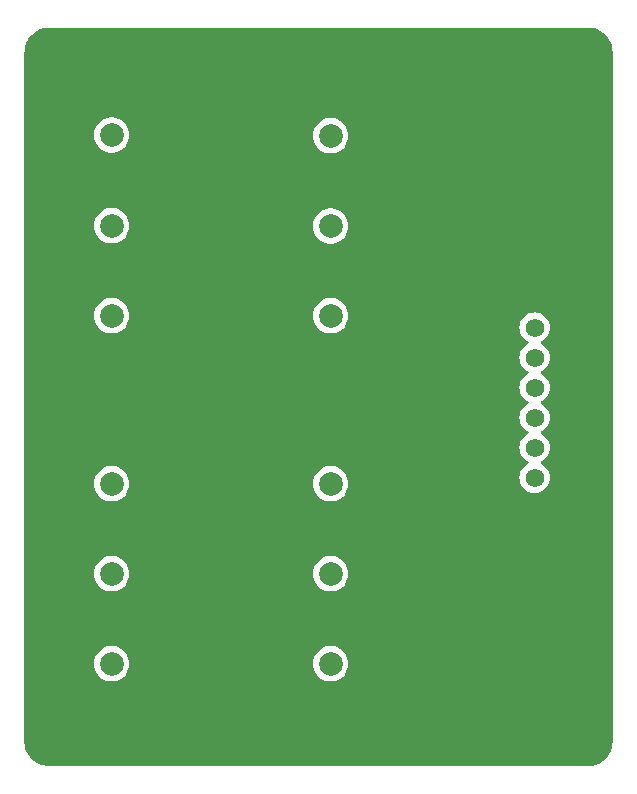
<source format=gbl>
%TF.GenerationSoftware,KiCad,Pcbnew,8.0.2*%
%TF.CreationDate,2024-05-24T11:04:59-04:00*%
%TF.ProjectId,Traffic_Light_PCBv02,54726166-6669-4635-9f4c-696768745f50,v02*%
%TF.SameCoordinates,Original*%
%TF.FileFunction,Copper,L2,Bot*%
%TF.FilePolarity,Positive*%
%FSLAX46Y46*%
G04 Gerber Fmt 4.6, Leading zero omitted, Abs format (unit mm)*
G04 Created by KiCad (PCBNEW 8.0.2) date 2024-05-24 11:04:59*
%MOMM*%
%LPD*%
G01*
G04 APERTURE LIST*
%TA.AperFunction,ComponentPad*%
%ADD10R,2.000000X2.000000*%
%TD*%
%TA.AperFunction,ComponentPad*%
%ADD11C,2.000000*%
%TD*%
%TA.AperFunction,ComponentPad*%
%ADD12R,1.574800X1.574800*%
%TD*%
%TA.AperFunction,ComponentPad*%
%ADD13C,1.574800*%
%TD*%
G04 APERTURE END LIST*
D10*
%TO.P,D3,1,K*%
%TO.N,GND*%
X119888000Y-83312000D03*
D11*
%TO.P,D3,2,A*%
%TO.N,Net-(D3-A)*%
X122428000Y-83312000D03*
%TD*%
D10*
%TO.P,D5,1,K*%
%TO.N,GND*%
X143510000Y-75722000D03*
D11*
%TO.P,D5,2,A*%
%TO.N,Net-(D2-A)*%
X140970000Y-75722000D03*
%TD*%
D10*
%TO.P,D6,1,K*%
%TO.N,GND*%
X143510000Y-83312000D03*
D11*
%TO.P,D6,2,A*%
%TO.N,Net-(D3-A)*%
X140970000Y-83312000D03*
%TD*%
D10*
%TO.P,D10,1,K*%
%TO.N,GND*%
X143510000Y-97536000D03*
D11*
%TO.P,D10,2,A*%
%TO.N,Net-(D10-A)*%
X140970000Y-97536000D03*
%TD*%
D10*
%TO.P,D4,1,K*%
%TO.N,GND*%
X143510000Y-68072000D03*
D11*
%TO.P,D4,2,A*%
%TO.N,Net-(D1-A)*%
X140970000Y-68072000D03*
%TD*%
D10*
%TO.P,D2,1,K*%
%TO.N,GND*%
X119888000Y-75692000D03*
D11*
%TO.P,D2,2,A*%
%TO.N,Net-(D2-A)*%
X122428000Y-75692000D03*
%TD*%
D10*
%TO.P,D9,1,K*%
%TO.N,GND*%
X119888000Y-112776000D03*
D11*
%TO.P,D9,2,A*%
%TO.N,Net-(D12-A)*%
X122428000Y-112776000D03*
%TD*%
D10*
%TO.P,D12,1,K*%
%TO.N,GND*%
X143510000Y-112776000D03*
D11*
%TO.P,D12,2,A*%
%TO.N,Net-(D12-A)*%
X140970000Y-112776000D03*
%TD*%
D10*
%TO.P,D11,1,K*%
%TO.N,GND*%
X143510000Y-105156000D03*
D11*
%TO.P,D11,2,A*%
%TO.N,Net-(D11-A)*%
X140970000Y-105156000D03*
%TD*%
D10*
%TO.P,D1,1,K*%
%TO.N,GND*%
X119888000Y-68012000D03*
D11*
%TO.P,D1,2,A*%
%TO.N,Net-(D1-A)*%
X122428000Y-68012000D03*
%TD*%
D10*
%TO.P,D7,1,K*%
%TO.N,GND*%
X119888000Y-97536000D03*
D11*
%TO.P,D7,2,A*%
%TO.N,Net-(D10-A)*%
X122428000Y-97536000D03*
%TD*%
D10*
%TO.P,D8,1,K*%
%TO.N,GND*%
X119888000Y-105156000D03*
D11*
%TO.P,D8,2,A*%
%TO.N,Net-(D11-A)*%
X122428000Y-105156000D03*
%TD*%
D12*
%TO.P,J1,1*%
%TO.N,GND*%
X158242000Y-99568000D03*
D13*
%TO.P,J1,2*%
%TO.N,/EW_GREEN*%
X158242000Y-97028000D03*
%TO.P,J1,3*%
%TO.N,/EW_YELLOW*%
X158242000Y-94488000D03*
%TO.P,J1,4*%
%TO.N,/EW_RED*%
X158242000Y-91948000D03*
%TO.P,J1,5*%
%TO.N,/NS_GREEN*%
X158242000Y-89408000D03*
%TO.P,J1,6*%
%TO.N,/NS_YELLOW*%
X158242000Y-86868000D03*
%TO.P,J1,7*%
%TO.N,/NS_RED*%
X158242000Y-84328000D03*
%TD*%
%TA.AperFunction,Conductor*%
%TO.N,GND*%
G36*
X162818042Y-58920765D02*
G01*
X162840774Y-58922254D01*
X163072114Y-58937417D01*
X163088172Y-58939532D01*
X163333888Y-58988408D01*
X163349554Y-58992606D01*
X163500736Y-59043925D01*
X163586788Y-59073136D01*
X163601765Y-59079339D01*
X163819336Y-59186633D01*
X163826460Y-59190146D01*
X163840508Y-59198256D01*
X164048815Y-59337443D01*
X164061679Y-59347314D01*
X164250033Y-59512497D01*
X164261502Y-59523966D01*
X164426685Y-59712320D01*
X164436559Y-59725188D01*
X164575743Y-59933492D01*
X164583853Y-59947539D01*
X164694657Y-60172227D01*
X164700864Y-60187213D01*
X164781393Y-60424445D01*
X164785591Y-60440111D01*
X164834465Y-60685813D01*
X164836583Y-60701895D01*
X164853235Y-60955956D01*
X164853500Y-60964066D01*
X164853500Y-119375933D01*
X164853235Y-119384043D01*
X164836583Y-119638104D01*
X164834465Y-119654186D01*
X164785591Y-119899888D01*
X164781393Y-119915554D01*
X164700864Y-120152786D01*
X164694657Y-120167772D01*
X164583853Y-120392460D01*
X164575743Y-120406507D01*
X164436559Y-120614811D01*
X164426685Y-120627679D01*
X164261502Y-120816033D01*
X164250033Y-120827502D01*
X164061679Y-120992685D01*
X164048811Y-121002559D01*
X163840507Y-121141743D01*
X163826460Y-121149853D01*
X163601772Y-121260657D01*
X163586786Y-121266864D01*
X163349554Y-121347393D01*
X163333888Y-121351591D01*
X163088186Y-121400465D01*
X163072104Y-121402583D01*
X162818043Y-121419235D01*
X162809933Y-121419500D01*
X117098067Y-121419500D01*
X117089957Y-121419235D01*
X116835895Y-121402583D01*
X116819814Y-121400465D01*
X116784770Y-121393494D01*
X116574111Y-121351591D01*
X116558445Y-121347393D01*
X116321213Y-121266864D01*
X116306227Y-121260657D01*
X116081539Y-121149853D01*
X116067492Y-121141743D01*
X115859188Y-121002559D01*
X115846320Y-120992685D01*
X115657966Y-120827502D01*
X115646497Y-120816033D01*
X115481314Y-120627679D01*
X115471440Y-120614811D01*
X115332256Y-120406507D01*
X115324146Y-120392460D01*
X115213464Y-120168019D01*
X115213339Y-120167765D01*
X115207135Y-120152786D01*
X115126606Y-119915554D01*
X115122408Y-119899888D01*
X115113736Y-119856292D01*
X115073532Y-119654172D01*
X115071417Y-119638114D01*
X115054765Y-119384042D01*
X115054500Y-119375933D01*
X115054500Y-112775994D01*
X120922357Y-112775994D01*
X120922357Y-112776005D01*
X120942890Y-113023812D01*
X120942892Y-113023824D01*
X121003936Y-113264881D01*
X121103826Y-113492606D01*
X121239833Y-113700782D01*
X121239836Y-113700785D01*
X121408256Y-113883738D01*
X121604491Y-114036474D01*
X121823190Y-114154828D01*
X122058386Y-114235571D01*
X122303665Y-114276500D01*
X122552335Y-114276500D01*
X122797614Y-114235571D01*
X123032810Y-114154828D01*
X123251509Y-114036474D01*
X123447744Y-113883738D01*
X123616164Y-113700785D01*
X123752173Y-113492607D01*
X123852063Y-113264881D01*
X123913108Y-113023821D01*
X123933643Y-112776000D01*
X123933643Y-112775994D01*
X139464357Y-112775994D01*
X139464357Y-112776005D01*
X139484890Y-113023812D01*
X139484892Y-113023824D01*
X139545936Y-113264881D01*
X139645826Y-113492606D01*
X139781833Y-113700782D01*
X139781836Y-113700785D01*
X139950256Y-113883738D01*
X140146491Y-114036474D01*
X140365190Y-114154828D01*
X140600386Y-114235571D01*
X140845665Y-114276500D01*
X141094335Y-114276500D01*
X141339614Y-114235571D01*
X141574810Y-114154828D01*
X141793509Y-114036474D01*
X141989744Y-113883738D01*
X142158164Y-113700785D01*
X142294173Y-113492607D01*
X142394063Y-113264881D01*
X142455108Y-113023821D01*
X142475643Y-112776000D01*
X142455108Y-112528179D01*
X142394063Y-112287119D01*
X142294173Y-112059393D01*
X142158166Y-111851217D01*
X142136557Y-111827744D01*
X141989744Y-111668262D01*
X141793509Y-111515526D01*
X141793507Y-111515525D01*
X141793506Y-111515524D01*
X141574811Y-111397172D01*
X141574802Y-111397169D01*
X141339616Y-111316429D01*
X141094335Y-111275500D01*
X140845665Y-111275500D01*
X140600383Y-111316429D01*
X140365197Y-111397169D01*
X140365188Y-111397172D01*
X140146493Y-111515524D01*
X139950257Y-111668261D01*
X139781833Y-111851217D01*
X139645826Y-112059393D01*
X139545936Y-112287118D01*
X139484892Y-112528175D01*
X139484890Y-112528187D01*
X139464357Y-112775994D01*
X123933643Y-112775994D01*
X123913108Y-112528179D01*
X123852063Y-112287119D01*
X123752173Y-112059393D01*
X123616166Y-111851217D01*
X123594557Y-111827744D01*
X123447744Y-111668262D01*
X123251509Y-111515526D01*
X123251507Y-111515525D01*
X123251506Y-111515524D01*
X123032811Y-111397172D01*
X123032802Y-111397169D01*
X122797616Y-111316429D01*
X122552335Y-111275500D01*
X122303665Y-111275500D01*
X122058383Y-111316429D01*
X121823197Y-111397169D01*
X121823188Y-111397172D01*
X121604493Y-111515524D01*
X121408257Y-111668261D01*
X121239833Y-111851217D01*
X121103826Y-112059393D01*
X121003936Y-112287118D01*
X120942892Y-112528175D01*
X120942890Y-112528187D01*
X120922357Y-112775994D01*
X115054500Y-112775994D01*
X115054500Y-105155994D01*
X120922357Y-105155994D01*
X120922357Y-105156005D01*
X120942890Y-105403812D01*
X120942892Y-105403824D01*
X121003936Y-105644881D01*
X121103826Y-105872606D01*
X121239833Y-106080782D01*
X121239836Y-106080785D01*
X121408256Y-106263738D01*
X121604491Y-106416474D01*
X121823190Y-106534828D01*
X122058386Y-106615571D01*
X122303665Y-106656500D01*
X122552335Y-106656500D01*
X122797614Y-106615571D01*
X123032810Y-106534828D01*
X123251509Y-106416474D01*
X123447744Y-106263738D01*
X123616164Y-106080785D01*
X123752173Y-105872607D01*
X123852063Y-105644881D01*
X123913108Y-105403821D01*
X123933643Y-105156000D01*
X123933643Y-105155994D01*
X139464357Y-105155994D01*
X139464357Y-105156005D01*
X139484890Y-105403812D01*
X139484892Y-105403824D01*
X139545936Y-105644881D01*
X139645826Y-105872606D01*
X139781833Y-106080782D01*
X139781836Y-106080785D01*
X139950256Y-106263738D01*
X140146491Y-106416474D01*
X140365190Y-106534828D01*
X140600386Y-106615571D01*
X140845665Y-106656500D01*
X141094335Y-106656500D01*
X141339614Y-106615571D01*
X141574810Y-106534828D01*
X141793509Y-106416474D01*
X141989744Y-106263738D01*
X142158164Y-106080785D01*
X142294173Y-105872607D01*
X142394063Y-105644881D01*
X142455108Y-105403821D01*
X142475643Y-105156000D01*
X142455108Y-104908179D01*
X142394063Y-104667119D01*
X142294173Y-104439393D01*
X142158166Y-104231217D01*
X142136557Y-104207744D01*
X141989744Y-104048262D01*
X141793509Y-103895526D01*
X141793507Y-103895525D01*
X141793506Y-103895524D01*
X141574811Y-103777172D01*
X141574802Y-103777169D01*
X141339616Y-103696429D01*
X141094335Y-103655500D01*
X140845665Y-103655500D01*
X140600383Y-103696429D01*
X140365197Y-103777169D01*
X140365188Y-103777172D01*
X140146493Y-103895524D01*
X139950257Y-104048261D01*
X139781833Y-104231217D01*
X139645826Y-104439393D01*
X139545936Y-104667118D01*
X139484892Y-104908175D01*
X139484890Y-104908187D01*
X139464357Y-105155994D01*
X123933643Y-105155994D01*
X123913108Y-104908179D01*
X123852063Y-104667119D01*
X123752173Y-104439393D01*
X123616166Y-104231217D01*
X123594557Y-104207744D01*
X123447744Y-104048262D01*
X123251509Y-103895526D01*
X123251507Y-103895525D01*
X123251506Y-103895524D01*
X123032811Y-103777172D01*
X123032802Y-103777169D01*
X122797616Y-103696429D01*
X122552335Y-103655500D01*
X122303665Y-103655500D01*
X122058383Y-103696429D01*
X121823197Y-103777169D01*
X121823188Y-103777172D01*
X121604493Y-103895524D01*
X121408257Y-104048261D01*
X121239833Y-104231217D01*
X121103826Y-104439393D01*
X121003936Y-104667118D01*
X120942892Y-104908175D01*
X120942890Y-104908187D01*
X120922357Y-105155994D01*
X115054500Y-105155994D01*
X115054500Y-97535994D01*
X120922357Y-97535994D01*
X120922357Y-97536005D01*
X120942890Y-97783812D01*
X120942892Y-97783824D01*
X121003936Y-98024881D01*
X121103826Y-98252606D01*
X121239833Y-98460782D01*
X121239836Y-98460785D01*
X121408256Y-98643738D01*
X121604491Y-98796474D01*
X121823190Y-98914828D01*
X122058386Y-98995571D01*
X122303665Y-99036500D01*
X122552335Y-99036500D01*
X122797614Y-98995571D01*
X123032810Y-98914828D01*
X123251509Y-98796474D01*
X123447744Y-98643738D01*
X123616164Y-98460785D01*
X123752173Y-98252607D01*
X123852063Y-98024881D01*
X123913108Y-97783821D01*
X123933643Y-97536000D01*
X123933643Y-97535994D01*
X139464357Y-97535994D01*
X139464357Y-97536005D01*
X139484890Y-97783812D01*
X139484892Y-97783824D01*
X139545936Y-98024881D01*
X139645826Y-98252606D01*
X139781833Y-98460782D01*
X139781836Y-98460785D01*
X139950256Y-98643738D01*
X140146491Y-98796474D01*
X140365190Y-98914828D01*
X140600386Y-98995571D01*
X140845665Y-99036500D01*
X141094335Y-99036500D01*
X141339614Y-98995571D01*
X141574810Y-98914828D01*
X141793509Y-98796474D01*
X141989744Y-98643738D01*
X142158164Y-98460785D01*
X142294173Y-98252607D01*
X142394063Y-98024881D01*
X142455108Y-97783821D01*
X142475643Y-97536000D01*
X142470188Y-97470170D01*
X142455109Y-97288187D01*
X142455107Y-97288175D01*
X142394063Y-97047118D01*
X142294173Y-96819393D01*
X142158166Y-96611217D01*
X142134789Y-96585823D01*
X141989744Y-96428262D01*
X141793509Y-96275526D01*
X141793507Y-96275525D01*
X141793506Y-96275524D01*
X141574811Y-96157172D01*
X141574802Y-96157169D01*
X141339616Y-96076429D01*
X141094335Y-96035500D01*
X140845665Y-96035500D01*
X140600383Y-96076429D01*
X140365197Y-96157169D01*
X140365188Y-96157172D01*
X140146493Y-96275524D01*
X139950257Y-96428261D01*
X139781833Y-96611217D01*
X139645826Y-96819393D01*
X139545936Y-97047118D01*
X139484892Y-97288175D01*
X139484890Y-97288187D01*
X139464357Y-97535994D01*
X123933643Y-97535994D01*
X123928188Y-97470170D01*
X123913109Y-97288187D01*
X123913107Y-97288175D01*
X123852063Y-97047118D01*
X123752173Y-96819393D01*
X123616166Y-96611217D01*
X123592789Y-96585823D01*
X123447744Y-96428262D01*
X123251509Y-96275526D01*
X123251507Y-96275525D01*
X123251506Y-96275524D01*
X123032811Y-96157172D01*
X123032802Y-96157169D01*
X122797616Y-96076429D01*
X122552335Y-96035500D01*
X122303665Y-96035500D01*
X122058383Y-96076429D01*
X121823197Y-96157169D01*
X121823188Y-96157172D01*
X121604493Y-96275524D01*
X121408257Y-96428261D01*
X121239833Y-96611217D01*
X121103826Y-96819393D01*
X121003936Y-97047118D01*
X120942892Y-97288175D01*
X120942890Y-97288187D01*
X120922357Y-97535994D01*
X115054500Y-97535994D01*
X115054500Y-83311994D01*
X120922357Y-83311994D01*
X120922357Y-83312005D01*
X120942890Y-83559812D01*
X120942892Y-83559824D01*
X121003936Y-83800881D01*
X121103826Y-84028606D01*
X121239833Y-84236782D01*
X121239836Y-84236785D01*
X121408256Y-84419738D01*
X121604491Y-84572474D01*
X121823190Y-84690828D01*
X122042141Y-84765994D01*
X122054322Y-84770176D01*
X122058386Y-84771571D01*
X122303665Y-84812500D01*
X122552335Y-84812500D01*
X122797614Y-84771571D01*
X123032810Y-84690828D01*
X123251509Y-84572474D01*
X123447744Y-84419738D01*
X123616164Y-84236785D01*
X123752173Y-84028607D01*
X123852063Y-83800881D01*
X123913108Y-83559821D01*
X123913109Y-83559812D01*
X123933643Y-83312005D01*
X123933643Y-83311994D01*
X139464357Y-83311994D01*
X139464357Y-83312005D01*
X139484890Y-83559812D01*
X139484892Y-83559824D01*
X139545936Y-83800881D01*
X139645826Y-84028606D01*
X139781833Y-84236782D01*
X139781836Y-84236785D01*
X139950256Y-84419738D01*
X140146491Y-84572474D01*
X140365190Y-84690828D01*
X140584141Y-84765994D01*
X140596322Y-84770176D01*
X140600386Y-84771571D01*
X140845665Y-84812500D01*
X141094335Y-84812500D01*
X141339614Y-84771571D01*
X141574810Y-84690828D01*
X141793509Y-84572474D01*
X141989744Y-84419738D01*
X142074196Y-84327999D01*
X156949180Y-84327999D01*
X156949180Y-84328000D01*
X156968820Y-84552491D01*
X156968821Y-84552498D01*
X157027145Y-84770165D01*
X157027149Y-84770176D01*
X157122382Y-84974404D01*
X157122385Y-84974410D01*
X157251643Y-85159011D01*
X157410988Y-85318356D01*
X157410991Y-85318358D01*
X157595590Y-85447615D01*
X157659507Y-85477419D01*
X157677088Y-85485618D01*
X157729527Y-85531790D01*
X157748679Y-85598984D01*
X157728463Y-85665865D01*
X157677088Y-85710382D01*
X157595591Y-85748384D01*
X157595589Y-85748385D01*
X157410988Y-85877643D01*
X157251643Y-86036988D01*
X157122385Y-86221589D01*
X157122382Y-86221595D01*
X157027149Y-86425823D01*
X157027145Y-86425834D01*
X156968821Y-86643501D01*
X156968820Y-86643508D01*
X156949180Y-86867999D01*
X156949180Y-86868000D01*
X156968820Y-87092491D01*
X156968821Y-87092498D01*
X157027145Y-87310165D01*
X157027149Y-87310176D01*
X157122382Y-87514404D01*
X157122385Y-87514410D01*
X157251643Y-87699011D01*
X157410988Y-87858356D01*
X157410991Y-87858358D01*
X157595590Y-87987615D01*
X157659507Y-88017419D01*
X157677088Y-88025618D01*
X157729527Y-88071790D01*
X157748679Y-88138984D01*
X157728463Y-88205865D01*
X157677088Y-88250382D01*
X157595591Y-88288384D01*
X157595589Y-88288385D01*
X157410988Y-88417643D01*
X157251643Y-88576988D01*
X157122385Y-88761589D01*
X157122382Y-88761595D01*
X157027149Y-88965823D01*
X157027145Y-88965834D01*
X156968821Y-89183501D01*
X156968820Y-89183508D01*
X156949180Y-89407999D01*
X156949180Y-89408000D01*
X156968820Y-89632491D01*
X156968821Y-89632498D01*
X157027145Y-89850165D01*
X157027149Y-89850176D01*
X157122382Y-90054404D01*
X157122385Y-90054410D01*
X157251643Y-90239011D01*
X157410988Y-90398356D01*
X157410991Y-90398358D01*
X157595590Y-90527615D01*
X157659507Y-90557419D01*
X157677088Y-90565618D01*
X157729527Y-90611790D01*
X157748679Y-90678984D01*
X157728463Y-90745865D01*
X157677088Y-90790382D01*
X157595591Y-90828384D01*
X157595589Y-90828385D01*
X157410988Y-90957643D01*
X157251643Y-91116988D01*
X157122385Y-91301589D01*
X157122382Y-91301595D01*
X157027149Y-91505823D01*
X157027145Y-91505834D01*
X156968821Y-91723501D01*
X156968820Y-91723508D01*
X156949180Y-91947999D01*
X156949180Y-91948000D01*
X156968820Y-92172491D01*
X156968821Y-92172498D01*
X157027145Y-92390165D01*
X157027149Y-92390176D01*
X157122382Y-92594404D01*
X157122385Y-92594410D01*
X157251643Y-92779011D01*
X157410988Y-92938356D01*
X157410991Y-92938358D01*
X157595590Y-93067615D01*
X157659507Y-93097419D01*
X157677088Y-93105618D01*
X157729527Y-93151790D01*
X157748679Y-93218984D01*
X157728463Y-93285865D01*
X157677088Y-93330382D01*
X157595591Y-93368384D01*
X157595589Y-93368385D01*
X157410988Y-93497643D01*
X157251643Y-93656988D01*
X157122385Y-93841589D01*
X157122382Y-93841595D01*
X157027149Y-94045823D01*
X157027145Y-94045834D01*
X156968821Y-94263501D01*
X156968820Y-94263508D01*
X156949180Y-94487999D01*
X156949180Y-94488000D01*
X156968820Y-94712491D01*
X156968821Y-94712498D01*
X157027145Y-94930165D01*
X157027149Y-94930176D01*
X157122382Y-95134404D01*
X157122385Y-95134410D01*
X157251643Y-95319011D01*
X157410988Y-95478356D01*
X157410991Y-95478358D01*
X157595590Y-95607615D01*
X157659507Y-95637419D01*
X157677088Y-95645618D01*
X157729527Y-95691790D01*
X157748679Y-95758984D01*
X157728463Y-95825865D01*
X157677088Y-95870382D01*
X157595591Y-95908384D01*
X157595589Y-95908385D01*
X157410988Y-96037643D01*
X157251643Y-96196988D01*
X157122385Y-96381589D01*
X157122382Y-96381595D01*
X157027149Y-96585823D01*
X157027145Y-96585834D01*
X156968821Y-96803501D01*
X156968820Y-96803508D01*
X156949180Y-97027999D01*
X156949180Y-97028000D01*
X156968820Y-97252491D01*
X156968821Y-97252498D01*
X157027145Y-97470165D01*
X157027149Y-97470176D01*
X157122382Y-97674404D01*
X157122385Y-97674410D01*
X157251643Y-97859011D01*
X157410988Y-98018356D01*
X157410991Y-98018358D01*
X157595590Y-98147615D01*
X157709262Y-98200620D01*
X157799823Y-98242850D01*
X157799825Y-98242850D01*
X157799830Y-98242853D01*
X158017504Y-98301179D01*
X158197100Y-98316891D01*
X158241999Y-98320820D01*
X158242000Y-98320820D01*
X158242001Y-98320820D01*
X158279416Y-98317546D01*
X158466496Y-98301179D01*
X158684170Y-98242853D01*
X158888410Y-98147615D01*
X159073009Y-98018358D01*
X159232358Y-97859009D01*
X159361615Y-97674410D01*
X159456853Y-97470170D01*
X159515179Y-97252496D01*
X159534820Y-97028000D01*
X159515179Y-96803504D01*
X159456853Y-96585830D01*
X159361615Y-96381590D01*
X159232358Y-96196991D01*
X159232356Y-96196988D01*
X159073011Y-96037643D01*
X158888410Y-95908385D01*
X158888404Y-95908382D01*
X158806912Y-95870382D01*
X158754472Y-95824210D01*
X158735320Y-95757017D01*
X158755535Y-95690135D01*
X158806912Y-95645618D01*
X158818198Y-95640354D01*
X158888410Y-95607615D01*
X159073009Y-95478358D01*
X159232358Y-95319009D01*
X159361615Y-95134410D01*
X159456853Y-94930170D01*
X159515179Y-94712496D01*
X159534820Y-94488000D01*
X159515179Y-94263504D01*
X159456853Y-94045830D01*
X159361615Y-93841590D01*
X159232358Y-93656991D01*
X159232356Y-93656988D01*
X159073011Y-93497643D01*
X158888410Y-93368385D01*
X158888404Y-93368382D01*
X158806912Y-93330382D01*
X158754472Y-93284210D01*
X158735320Y-93217017D01*
X158755535Y-93150135D01*
X158806912Y-93105618D01*
X158818198Y-93100354D01*
X158888410Y-93067615D01*
X159073009Y-92938358D01*
X159232358Y-92779009D01*
X159361615Y-92594410D01*
X159456853Y-92390170D01*
X159515179Y-92172496D01*
X159534820Y-91948000D01*
X159515179Y-91723504D01*
X159456853Y-91505830D01*
X159361615Y-91301590D01*
X159232358Y-91116991D01*
X159232356Y-91116988D01*
X159073011Y-90957643D01*
X158888410Y-90828385D01*
X158888404Y-90828382D01*
X158806912Y-90790382D01*
X158754472Y-90744210D01*
X158735320Y-90677017D01*
X158755535Y-90610135D01*
X158806912Y-90565618D01*
X158818198Y-90560354D01*
X158888410Y-90527615D01*
X159073009Y-90398358D01*
X159232358Y-90239009D01*
X159361615Y-90054410D01*
X159456853Y-89850170D01*
X159515179Y-89632496D01*
X159534820Y-89408000D01*
X159515179Y-89183504D01*
X159456853Y-88965830D01*
X159361615Y-88761590D01*
X159232358Y-88576991D01*
X159232356Y-88576988D01*
X159073011Y-88417643D01*
X158888410Y-88288385D01*
X158888404Y-88288382D01*
X158806912Y-88250382D01*
X158754472Y-88204210D01*
X158735320Y-88137017D01*
X158755535Y-88070135D01*
X158806912Y-88025618D01*
X158818198Y-88020354D01*
X158888410Y-87987615D01*
X159073009Y-87858358D01*
X159232358Y-87699009D01*
X159361615Y-87514410D01*
X159456853Y-87310170D01*
X159515179Y-87092496D01*
X159534820Y-86868000D01*
X159515179Y-86643504D01*
X159456853Y-86425830D01*
X159361615Y-86221590D01*
X159232358Y-86036991D01*
X159232356Y-86036988D01*
X159073011Y-85877643D01*
X158888410Y-85748385D01*
X158888404Y-85748382D01*
X158806912Y-85710382D01*
X158754472Y-85664210D01*
X158735320Y-85597017D01*
X158755535Y-85530135D01*
X158806912Y-85485618D01*
X158818198Y-85480354D01*
X158888410Y-85447615D01*
X159073009Y-85318358D01*
X159232358Y-85159009D01*
X159361615Y-84974410D01*
X159456853Y-84770170D01*
X159515179Y-84552496D01*
X159534820Y-84328000D01*
X159515179Y-84103504D01*
X159456853Y-83885830D01*
X159361615Y-83681590D01*
X159232358Y-83496991D01*
X159232356Y-83496988D01*
X159073011Y-83337643D01*
X158888410Y-83208385D01*
X158888404Y-83208382D01*
X158684176Y-83113149D01*
X158684165Y-83113145D01*
X158466498Y-83054821D01*
X158466491Y-83054820D01*
X158242001Y-83035180D01*
X158241999Y-83035180D01*
X158017508Y-83054820D01*
X158017501Y-83054821D01*
X157799834Y-83113145D01*
X157799823Y-83113149D01*
X157595595Y-83208382D01*
X157595589Y-83208385D01*
X157410988Y-83337643D01*
X157251643Y-83496988D01*
X157122385Y-83681589D01*
X157122382Y-83681595D01*
X157027149Y-83885823D01*
X157027145Y-83885834D01*
X156968821Y-84103501D01*
X156968820Y-84103508D01*
X156949180Y-84327999D01*
X142074196Y-84327999D01*
X142158164Y-84236785D01*
X142294173Y-84028607D01*
X142394063Y-83800881D01*
X142455108Y-83559821D01*
X142455109Y-83559812D01*
X142475643Y-83312005D01*
X142475643Y-83311994D01*
X142455109Y-83064187D01*
X142455107Y-83064175D01*
X142394063Y-82823118D01*
X142294173Y-82595393D01*
X142158166Y-82387217D01*
X142136557Y-82363744D01*
X141989744Y-82204262D01*
X141793509Y-82051526D01*
X141793507Y-82051525D01*
X141793506Y-82051524D01*
X141574811Y-81933172D01*
X141574802Y-81933169D01*
X141339616Y-81852429D01*
X141094335Y-81811500D01*
X140845665Y-81811500D01*
X140600383Y-81852429D01*
X140365197Y-81933169D01*
X140365188Y-81933172D01*
X140146493Y-82051524D01*
X139950257Y-82204261D01*
X139781833Y-82387217D01*
X139645826Y-82595393D01*
X139545936Y-82823118D01*
X139484892Y-83064175D01*
X139484890Y-83064187D01*
X139464357Y-83311994D01*
X123933643Y-83311994D01*
X123913109Y-83064187D01*
X123913107Y-83064175D01*
X123852063Y-82823118D01*
X123752173Y-82595393D01*
X123616166Y-82387217D01*
X123594557Y-82363744D01*
X123447744Y-82204262D01*
X123251509Y-82051526D01*
X123251507Y-82051525D01*
X123251506Y-82051524D01*
X123032811Y-81933172D01*
X123032802Y-81933169D01*
X122797616Y-81852429D01*
X122552335Y-81811500D01*
X122303665Y-81811500D01*
X122058383Y-81852429D01*
X121823197Y-81933169D01*
X121823188Y-81933172D01*
X121604493Y-82051524D01*
X121408257Y-82204261D01*
X121239833Y-82387217D01*
X121103826Y-82595393D01*
X121003936Y-82823118D01*
X120942892Y-83064175D01*
X120942890Y-83064187D01*
X120922357Y-83311994D01*
X115054500Y-83311994D01*
X115054500Y-75691994D01*
X120922357Y-75691994D01*
X120922357Y-75692005D01*
X120942890Y-75939812D01*
X120942892Y-75939824D01*
X121003936Y-76180881D01*
X121103826Y-76408606D01*
X121239833Y-76616782D01*
X121239836Y-76616785D01*
X121408256Y-76799738D01*
X121604491Y-76952474D01*
X121823190Y-77070828D01*
X122058386Y-77151571D01*
X122303665Y-77192500D01*
X122552335Y-77192500D01*
X122797614Y-77151571D01*
X123032810Y-77070828D01*
X123251509Y-76952474D01*
X123447744Y-76799738D01*
X123616164Y-76616785D01*
X123752173Y-76408607D01*
X123852063Y-76180881D01*
X123913108Y-75939821D01*
X123931157Y-75722005D01*
X123931158Y-75721994D01*
X139464357Y-75721994D01*
X139464357Y-75722005D01*
X139484890Y-75969812D01*
X139484892Y-75969824D01*
X139545936Y-76210881D01*
X139645826Y-76438606D01*
X139781833Y-76646782D01*
X139781836Y-76646785D01*
X139950256Y-76829738D01*
X140146491Y-76982474D01*
X140146493Y-76982475D01*
X140309758Y-77070830D01*
X140365190Y-77100828D01*
X140600386Y-77181571D01*
X140845665Y-77222500D01*
X141094335Y-77222500D01*
X141339614Y-77181571D01*
X141574810Y-77100828D01*
X141793509Y-76982474D01*
X141989744Y-76829738D01*
X142158164Y-76646785D01*
X142294173Y-76438607D01*
X142394063Y-76210881D01*
X142455108Y-75969821D01*
X142475643Y-75722000D01*
X142473157Y-75692000D01*
X142455109Y-75474187D01*
X142455107Y-75474175D01*
X142394063Y-75233118D01*
X142294173Y-75005393D01*
X142158166Y-74797217D01*
X142130547Y-74767215D01*
X141989744Y-74614262D01*
X141793509Y-74461526D01*
X141793507Y-74461525D01*
X141793506Y-74461524D01*
X141574811Y-74343172D01*
X141574802Y-74343169D01*
X141339616Y-74262429D01*
X141094335Y-74221500D01*
X140845665Y-74221500D01*
X140600383Y-74262429D01*
X140365197Y-74343169D01*
X140365188Y-74343172D01*
X140146493Y-74461524D01*
X139950257Y-74614261D01*
X139781833Y-74797217D01*
X139645826Y-75005393D01*
X139545936Y-75233118D01*
X139484892Y-75474175D01*
X139484890Y-75474187D01*
X139464357Y-75721994D01*
X123931158Y-75721994D01*
X123933643Y-75692005D01*
X123933643Y-75691994D01*
X123913109Y-75444187D01*
X123913107Y-75444175D01*
X123852063Y-75203118D01*
X123752173Y-74975393D01*
X123616166Y-74767217D01*
X123594557Y-74743744D01*
X123447744Y-74584262D01*
X123251509Y-74431526D01*
X123251507Y-74431525D01*
X123251506Y-74431524D01*
X123032811Y-74313172D01*
X123032802Y-74313169D01*
X122797616Y-74232429D01*
X122552335Y-74191500D01*
X122303665Y-74191500D01*
X122058383Y-74232429D01*
X121823197Y-74313169D01*
X121823188Y-74313172D01*
X121604493Y-74431524D01*
X121408257Y-74584261D01*
X121239833Y-74767217D01*
X121103826Y-74975393D01*
X121003936Y-75203118D01*
X120942892Y-75444175D01*
X120942890Y-75444187D01*
X120922357Y-75691994D01*
X115054500Y-75691994D01*
X115054500Y-68011994D01*
X120922357Y-68011994D01*
X120922357Y-68012005D01*
X120942890Y-68259812D01*
X120942892Y-68259824D01*
X121003936Y-68500881D01*
X121103826Y-68728606D01*
X121239833Y-68936782D01*
X121239836Y-68936785D01*
X121408256Y-69119738D01*
X121604491Y-69272474D01*
X121823190Y-69390828D01*
X122058386Y-69471571D01*
X122303665Y-69512500D01*
X122552335Y-69512500D01*
X122797614Y-69471571D01*
X123032810Y-69390828D01*
X123251509Y-69272474D01*
X123447744Y-69119738D01*
X123616164Y-68936785D01*
X123752173Y-68728607D01*
X123852063Y-68500881D01*
X123913108Y-68259821D01*
X123928671Y-68072005D01*
X123928672Y-68071994D01*
X139464357Y-68071994D01*
X139464357Y-68072005D01*
X139484890Y-68319812D01*
X139484892Y-68319824D01*
X139545936Y-68560881D01*
X139645826Y-68788606D01*
X139781833Y-68996782D01*
X139781836Y-68996785D01*
X139950256Y-69179738D01*
X140146491Y-69332474D01*
X140365190Y-69450828D01*
X140600386Y-69531571D01*
X140845665Y-69572500D01*
X141094335Y-69572500D01*
X141339614Y-69531571D01*
X141574810Y-69450828D01*
X141793509Y-69332474D01*
X141989744Y-69179738D01*
X142158164Y-68996785D01*
X142294173Y-68788607D01*
X142394063Y-68560881D01*
X142455108Y-68319821D01*
X142455109Y-68319812D01*
X142475643Y-68072005D01*
X142475643Y-68071994D01*
X142455109Y-67824187D01*
X142455107Y-67824175D01*
X142394063Y-67583118D01*
X142294173Y-67355393D01*
X142158166Y-67147217D01*
X142102930Y-67087215D01*
X141989744Y-66964262D01*
X141793509Y-66811526D01*
X141793507Y-66811525D01*
X141793506Y-66811524D01*
X141574811Y-66693172D01*
X141574802Y-66693169D01*
X141339616Y-66612429D01*
X141094335Y-66571500D01*
X140845665Y-66571500D01*
X140600383Y-66612429D01*
X140365197Y-66693169D01*
X140365188Y-66693172D01*
X140146493Y-66811524D01*
X139950257Y-66964261D01*
X139781833Y-67147217D01*
X139645826Y-67355393D01*
X139545936Y-67583118D01*
X139484892Y-67824175D01*
X139484890Y-67824187D01*
X139464357Y-68071994D01*
X123928672Y-68071994D01*
X123933643Y-68012005D01*
X123933643Y-68011994D01*
X123913109Y-67764187D01*
X123913107Y-67764175D01*
X123852063Y-67523118D01*
X123752173Y-67295393D01*
X123616166Y-67087217D01*
X123594557Y-67063744D01*
X123447744Y-66904262D01*
X123251509Y-66751526D01*
X123251507Y-66751525D01*
X123251506Y-66751524D01*
X123032811Y-66633172D01*
X123032802Y-66633169D01*
X122797616Y-66552429D01*
X122552335Y-66511500D01*
X122303665Y-66511500D01*
X122058383Y-66552429D01*
X121823197Y-66633169D01*
X121823188Y-66633172D01*
X121604493Y-66751524D01*
X121408257Y-66904261D01*
X121239833Y-67087217D01*
X121103826Y-67295393D01*
X121003936Y-67523118D01*
X120942892Y-67764175D01*
X120942890Y-67764187D01*
X120922357Y-68011994D01*
X115054500Y-68011994D01*
X115054500Y-60964066D01*
X115054765Y-60955957D01*
X115058819Y-60894108D01*
X115071417Y-60701883D01*
X115073531Y-60685829D01*
X115122409Y-60440107D01*
X115126606Y-60424445D01*
X115150197Y-60354945D01*
X115207138Y-60187205D01*
X115213336Y-60172239D01*
X115324149Y-59947533D01*
X115332252Y-59933498D01*
X115471448Y-59725176D01*
X115481305Y-59712331D01*
X115646502Y-59523960D01*
X115657960Y-59512502D01*
X115846331Y-59347305D01*
X115859176Y-59337448D01*
X116067498Y-59198252D01*
X116081533Y-59190149D01*
X116306239Y-59079336D01*
X116321205Y-59073138D01*
X116488945Y-59016197D01*
X116558445Y-58992606D01*
X116574107Y-58988409D01*
X116819829Y-58939531D01*
X116835883Y-58937417D01*
X117068848Y-58922148D01*
X117089958Y-58920765D01*
X117098067Y-58920500D01*
X117159892Y-58920500D01*
X162748108Y-58920500D01*
X162809933Y-58920500D01*
X162818042Y-58920765D01*
G37*
%TD.AperFunction*%
%TD*%
M02*

</source>
